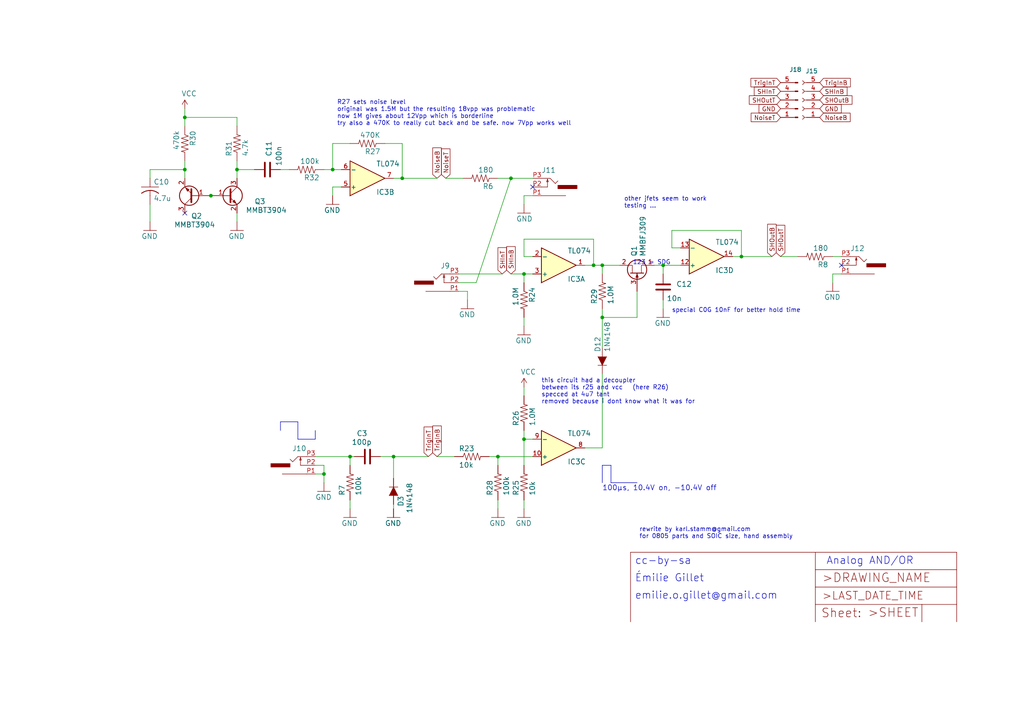
<source format=kicad_sch>
(kicad_sch (version 20230121) (generator eeschema)
  (paper "User" 299.06 210.007)
  (lib_symbols
    (symbol "Amplifier_Operational:TL074" (pin_names (offset 0.127))
      (property "Reference" "U" (at 0 5.08 0))
      (property "Value" "TL074" (at 0 -5.08 0))
      (symbol "TL074_1_1"
        (polyline (pts (xy -5.08 5.08) (xy 5.08 0) (xy -5.08 -5.08) (xy -5.08 5.08)) (stroke (width 0.254)) (fill (type background)))
        (pin output line (at 7.62 0 180) (length 2.54) (name "~") (number "1"))
        (pin input line (at -7.62 -2.54 0) (length 2.54) (name "-") (number "2"))
        (pin input line (at -7.62 2.54 0) (length 2.54) (name "+") (number "3"))
      )
      (symbol "TL074_2_1"
        (polyline (pts (xy -5.08 5.08) (xy 5.08 0) (xy -5.08 -5.08) (xy -5.08 5.08)) (stroke (width 0.254)) (fill (type background)))
        (pin input line (at -7.62 2.54 0) (length 2.54) (name "+") (number "5"))
        (pin input line (at -7.62 -2.54 0) (length 2.54) (name "-") (number "6"))
        (pin output line (at 7.62 0 180) (length 2.54) (name "~") (number "7"))
      )
      (symbol "TL074_3_1"
        (polyline (pts (xy -5.08 5.08) (xy 5.08 0) (xy -5.08 -5.08) (xy -5.08 5.08)) (stroke (width 0.254)) (fill (type background)))
        (pin input line (at -7.62 2.54 0) (length 2.54) (name "+") (number "10"))
        (pin output line (at 7.62 0 180) (length 2.54) (name "~") (number "8"))
        (pin input line (at -7.62 -2.54 0) (length 2.54) (name "-") (number "9"))
      )
      (symbol "TL074_4_1"
        (polyline (pts (xy -5.08 5.08) (xy 5.08 0) (xy -5.08 -5.08) (xy -5.08 5.08)) (stroke (width 0.254)) (fill (type background)))
        (pin input line (at -7.62 2.54 0) (length 2.54) (name "+") (number "12"))
        (pin input line (at -7.62 -2.54 0) (length 2.54) (name "-") (number "13"))
        (pin output line (at 7.62 0 180) (length 2.54) (name "~") (number "14"))
      )
      (symbol "TL074_5_1"
        (pin power_in line (at -2.54 -7.62 90) (length 3.81) (name "V-") (number "11"))
        (pin power_in line (at -2.54 7.62 270) (length 3.81) (name "V+") (number "4"))
      )
    )
    (symbol "Jinx-rescue:C-device" (pin_numbers hide) (pin_names (offset 0.254))
      (property "Reference" "C" (at 0.635 2.54 0))
      (property "Value" "device_C" (at 0.635 -2.54 0))
      (symbol "C-device_0_1"
        (polyline (pts (xy -2.032 -0.762) (xy 2.032 -0.762)) (stroke (width 0.508)))
        (polyline (pts (xy -2.032 0.762) (xy 2.032 0.762)) (stroke (width 0.508)))
      )
      (symbol "C-device_1_1"
        (pin passive line (at 0 3.81 270) (length 2.794) (name "~") (number "1"))
        (pin passive line (at 0 -3.81 90) (length 2.794) (name "~") (number "2"))
      )
    )
    (symbol "Jinx-rescue:Conn_01x05_Female-Connector" (pin_names (offset 1.016) hide)
      (property "Reference" "J" (at 0 7.62 0))
      (property "Value" "Connector_Conn_01x05_Female" (at 0 -7.62 0))
      (symbol "Conn_01x05_Female-Connector_1_1"
        (arc (start 0 -4.572) (mid -0.5058 -5.08) (end 0 -5.588) (stroke (width 0.1524)))
        (arc (start 0 -2.032) (mid -0.5058 -2.54) (end 0 -3.048) (stroke (width 0.1524)))
        (polyline (pts (xy -1.27 -5.08) (xy -0.508 -5.08)) (stroke (width 0.1524)))
        (polyline (pts (xy -1.27 -2.54) (xy -0.508 -2.54)) (stroke (width 0.1524)))
        (polyline (pts (xy -1.27 0) (xy -0.508 0)) (stroke (width 0.1524)))
        (polyline (pts (xy -1.27 2.54) (xy -0.508 2.54)) (stroke (width 0.1524)))
        (polyline (pts (xy -1.27 5.08) (xy -0.508 5.08)) (stroke (width 0.1524)))
        (arc (start 0 0.508) (mid -0.5058 0) (end 0 -0.508) (stroke (width 0.1524)))
        (arc (start 0 3.048) (mid -0.5058 2.54) (end 0 2.032) (stroke (width 0.1524)))
        (arc (start 0 5.588) (mid -0.5058 5.08) (end 0 4.572) (stroke (width 0.1524)))
        (pin passive line (at -5.08 5.08 0) (length 3.81) (name "Pin_1") (number "1"))
        (pin passive line (at -5.08 2.54 0) (length 3.81) (name "Pin_2") (number "2"))
        (pin passive line (at -5.08 0 0) (length 3.81) (name "Pin_3") (number "3"))
        (pin passive line (at -5.08 -2.54 0) (length 3.81) (name "Pin_4") (number "4"))
        (pin passive line (at -5.08 -5.08 0) (length 3.81) (name "Pin_5") (number "5"))
      )
    )
    (symbol "Jinx-rescue:Conn_01x05_Male-Connector" (pin_names (offset 1.016) hide)
      (property "Reference" "J" (at 0 7.62 0))
      (property "Value" "Connector_Conn_01x05_Male" (at 0 -7.62 0))
      (symbol "Conn_01x05_Male-Connector_1_1"
        (polyline (pts (xy 1.27 -5.08) (xy 0.8636 -5.08)) (stroke (width 0.1524)))
        (polyline (pts (xy 1.27 -2.54) (xy 0.8636 -2.54)) (stroke (width 0.1524)))
        (polyline (pts (xy 1.27 0) (xy 0.8636 0)) (stroke (width 0.1524)))
        (polyline (pts (xy 1.27 2.54) (xy 0.8636 2.54)) (stroke (width 0.1524)))
        (polyline (pts (xy 1.27 5.08) (xy 0.8636 5.08)) (stroke (width 0.1524)))
        (rectangle (start 0.8636 -4.953) (end 0 -5.207) (stroke (width 0.1524)) (fill (type outline)))
        (rectangle (start 0.8636 -2.413) (end 0 -2.667) (stroke (width 0.1524)) (fill (type outline)))
        (rectangle (start 0.8636 0.127) (end 0 -0.127) (stroke (width 0.1524)) (fill (type outline)))
        (rectangle (start 0.8636 2.667) (end 0 2.413) (stroke (width 0.1524)) (fill (type outline)))
        (rectangle (start 0.8636 5.207) (end 0 4.953) (stroke (width 0.1524)) (fill (type outline)))
        (pin passive line (at 5.08 5.08 180) (length 3.81) (name "Pin_1") (number "1"))
        (pin passive line (at 5.08 2.54 180) (length 3.81) (name "Pin_2") (number "2"))
        (pin passive line (at 5.08 0 180) (length 3.81) (name "Pin_3") (number "3"))
        (pin passive line (at 5.08 -2.54 180) (length 3.81) (name "Pin_4") (number "4"))
        (pin passive line (at 5.08 -5.08 180) (length 3.81) (name "Pin_5") (number "5"))
      )
    )
    (symbol "Jinx-rescue:D-device" (pin_numbers hide) (pin_names (offset 1.016) hide)
      (property "Reference" "D" (at 0 2.54 0))
      (property "Value" "device_D" (at 0 -2.54 0))
      (symbol "D-device_0_1"
        (polyline (pts (xy -1.27 1.27) (xy -1.27 -1.27)) (stroke (width 0.1524)))
        (polyline (pts (xy 1.27 1.27) (xy -1.27 0) (xy 1.27 -1.27)) (fill (type outline)))
      )
      (symbol "D-device_1_1"
        (pin passive line (at -3.81 0 0) (length 2.54) (name "K") (number "1"))
        (pin passive line (at 3.81 0 180) (length 2.54) (name "A") (number "2"))
      )
    )
    (symbol "Jinx-rescue:Q_NJFET_SDG-device" (pin_names (offset 0) hide)
      (property "Reference" "Q" (at 7.62 1.27 0))
      (property "Value" "device_Q_NJFET_SDG" (at 16.51 -1.27 0))
      (symbol "Q_NJFET_SDG-device_0_1"
        (polyline (pts (xy 0.254 1.905) (xy 0.254 -1.905) (xy 0.254 -1.905)) (stroke (width 0.254)))
        (polyline (pts (xy 2.54 -2.54) (xy 2.54 -1.27) (xy 0.254 -1.27)))
        (polyline (pts (xy 2.54 2.54) (xy 2.54 1.397) (xy 0.254 1.397)))
        (polyline (pts (xy 0 0) (xy -1.016 0.381) (xy -1.016 -0.381) (xy 0 0)) (fill (type outline)))
        (circle (center 1.27 0) (radius 2.8194) (stroke (width 0.254)))
      )
      (symbol "Q_NJFET_SDG-device_1_1"
        (pin passive line (at 2.54 -5.08 90) (length 2.54) (name "S") (number "1"))
        (pin passive line (at 2.54 5.08 270) (length 2.54) (name "D") (number "2"))
        (pin input line (at -5.08 0 0) (length 5.334) (name "G") (number "3"))
      )
    )
    (symbol "Jinx-rescue:Q_NPN_BEC-device" (pin_names (offset 0) hide)
      (property "Reference" "Q" (at 7.62 1.27 0))
      (property "Value" "device_Q_NPN_BEC" (at 15.24 -1.27 0))
      (symbol "Q_NPN_BEC-device_0_1"
        (polyline (pts (xy 0.635 0.635) (xy 2.54 2.54)))
        (polyline (pts (xy 0.635 -0.635) (xy 2.54 -2.54) (xy 2.54 -2.54)))
        (polyline (pts (xy 0.635 1.905) (xy 0.635 -1.905) (xy 0.635 -1.905)) (stroke (width 0.508)))
        (polyline (pts (xy 1.27 -1.778) (xy 1.778 -1.27) (xy 2.286 -2.286) (xy 1.27 -1.778) (xy 1.27 -1.778)) (fill (type outline)))
        (circle (center 1.27 0) (radius 2.8194) (stroke (width 0.254)))
      )
      (symbol "Q_NPN_BEC-device_1_1"
        (pin input line (at -5.08 0 0) (length 5.715) (name "B") (number "1"))
        (pin passive line (at 2.54 -5.08 90) (length 2.54) (name "E") (number "2"))
        (pin passive line (at 2.54 5.08 270) (length 2.54) (name "C") (number "3"))
      )
    )
    (symbol "k2-eagle-import:A4L-LOC" (pin_names (offset 1.016))
      (symbol "A4L-LOC_1_0"
        (polyline (pts (xy 161.29 3.81) (xy 161.29 24.13)))
        (polyline (pts (xy 161.29 24.13) (xy 215.265 24.13)))
        (polyline (pts (xy 215.265 8.89) (xy 215.265 3.81)))
        (polyline (pts (xy 215.265 8.89) (xy 215.265 13.97)))
        (polyline (pts (xy 215.265 13.97) (xy 215.265 19.05)))
        (polyline (pts (xy 215.265 13.97) (xy 256.54 13.97)))
        (polyline (pts (xy 215.265 19.05) (xy 215.265 24.13)))
        (polyline (pts (xy 215.265 19.05) (xy 256.54 19.05)))
        (polyline (pts (xy 215.265 24.13) (xy 256.54 24.13)))
        (polyline (pts (xy 246.38 3.81) (xy 246.38 8.89)))
        (polyline (pts (xy 246.38 8.89) (xy 215.265 8.89)))
        (polyline (pts (xy 246.38 8.89) (xy 256.54 8.89)))
        (polyline (pts (xy 256.54 3.81) (xy 256.54 8.89)))
        (polyline (pts (xy 256.54 8.89) (xy 256.54 13.97)))
        (polyline (pts (xy 256.54 13.97) (xy 256.54 19.05)))
        (polyline (pts (xy 256.54 19.05) (xy 256.54 24.13)))
        (text ">DRAWING_NAME" (at 217.17 15.24 0) (effects (font (size 2.54 2.54)) (justify left bottom)))
        (text ">LAST_DATE_TIME" (at 217.17 10.16 0) (effects (font (size 2.286 2.286)) (justify left bottom)))
        (text ">SHEET" (at 230.505 5.08 0) (effects (font (size 2.54 2.54)) (justify left bottom)))
        (text "Sheet:" (at 216.916 4.953 0) (effects (font (size 2.54 2.54)) (justify left bottom)))
      )
    )
    (symbol "k2-eagle-import:C-USC0603" (pin_names (offset 1.016))
      (property "Reference" "C" (at 1.016 0.635 0))
      (property "Value" "C-USC0603" (at 1.016 -4.191 0))
      (symbol "C-USC0603_1_0"
        (arc (start 0 -1.016) (mid -1.2939 -1.2289) (end -2.4638 -1.8288) (stroke (width 0.254)))
        (polyline (pts (xy -2.54 0) (xy 2.54 0)))
        (polyline (pts (xy 0 -1.016) (xy 0 -2.54)))
        (arc (start 2.4892 -1.8542) (mid 1.3167 -1.2157) (end 0 -0.9906) (stroke (width 0.254)))
        (pin passive line (at 0 2.54 270) (length 2.54) (name "1") (number "1"))
        (pin passive line (at 0 -5.08 90) (length 2.54) (name "2") (number "2"))
      )
    )
    (symbol "k2-eagle-import:GND" (power) (pin_names (offset 1.016))
      (property "Value" "GND" (at -2.54 -2.54 0))
      (symbol "GND_1_0"
        (polyline (pts (xy -1.905 0) (xy 1.905 0)))
        (pin power_in line (at 0 2.54 270) (length 2.54) (name "GND") (number "1"))
      )
    )
    (symbol "k2-eagle-import:PJ301_THONKICONN6" (pin_names (offset 1.016))
      (property "Reference" "J" (at -2.54 4.064 0))
      (symbol "PJ301_THONKICONN6_1_0"
        (polyline (pts (xy -2.54 -2.54) (xy 4.572 -2.54)))
        (polyline (pts (xy -2.54 0) (xy -0.762 0)))
        (polyline (pts (xy -2.54 2.54) (xy 0 2.54)))
        (polyline (pts (xy -1.016 1.524) (xy -0.508 1.524)))
        (polyline (pts (xy -0.762 0) (xy -0.762 2.286)))
        (polyline (pts (xy -0.762 2.286) (xy -1.016 1.524)))
        (polyline (pts (xy -0.508 1.524) (xy -0.762 2.286)))
        (polyline (pts (xy 0 2.54) (xy 1.524 1.016)))
        (polyline (pts (xy 1.524 1.016) (xy 2.286 1.778)))
        (rectangle (start 2.286 -0.508) (end 7.874 0.508) (fill (type outline)))
        (pin passive line (at -5.08 -2.54 0) (length 2.54) (name "1") (number "P1"))
        (pin passive line (at -5.08 0 0) (length 2.54) (name "2") (number "P2"))
        (pin passive line (at -5.08 2.54 0) (length 2.54) (name "3") (number "P3"))
      )
    )
    (symbol "k2-eagle-import:R-US_R0402" (pin_names (offset 1.016))
      (property "Reference" "R" (at -3.81 1.4986 0))
      (property "Value" "R-US_R0402" (at -3.81 -3.302 0))
      (symbol "R-US_R0402_1_0"
        (polyline (pts (xy -2.54 0) (xy -2.159 1.016)))
        (polyline (pts (xy -2.159 1.016) (xy -1.524 -1.016)))
        (polyline (pts (xy -1.524 -1.016) (xy -0.889 1.016)))
        (polyline (pts (xy -0.889 1.016) (xy -0.254 -1.016)))
        (polyline (pts (xy -0.254 -1.016) (xy 0.381 1.016)))
        (polyline (pts (xy 0.381 1.016) (xy 1.016 -1.016)))
        (polyline (pts (xy 1.016 -1.016) (xy 1.651 1.016)))
        (polyline (pts (xy 1.651 1.016) (xy 2.286 -1.016)))
        (polyline (pts (xy 2.286 -1.016) (xy 2.54 0)))
        (pin passive line (at -5.08 0 0) (length 2.54) (name "1") (number "1"))
        (pin passive line (at 5.08 0 180) (length 2.54) (name "2") (number "2"))
      )
    )
    (symbol "k2-eagle-import:VCC" (power) (pin_names (offset 1.016))
      (property "Value" "VCC" (at -1.016 3.556 0))
      (symbol "VCC_1_0"
        (polyline (pts (xy 0 2.54) (xy -0.762 1.27)))
        (polyline (pts (xy 0.762 1.27) (xy 0 2.54)))
        (pin power_in line (at 0 0 90) (length 2.54) (name "VCC") (number "1"))
      )
    )
  )
  (junction (at 193.675 77.47))
  (junction (at 53.975 34.29))
  (junction (at 102.235 133.35))
  (junction (at 97.155 49.53))
  (junction (at 114.935 133.35))
  (junction (at 69.215 49.53))
  (junction (at 61.595 57.15))
  (junction (at 173.355 77.47))
  (junction (at 145.415 133.35))
  (junction (at 94.615 138.43))
  (junction (at 153.035 80.01))
  (junction (at 117.475 52.07))
  (junction (at 153.035 128.27))
  (junction (at 175.895 77.47))
  (junction (at 216.535 74.93))
  (junction (at 53.975 49.53))
  (junction (at 175.895 92.71))
  (junction (at 149.225 52.07))
  (no_connect (at 53.975 62.23))
  (no_connect (at 155.575 54.61))
  (no_connect (at 245.745 77.47))
  (polyline (pts (xy 86.995 128.27) (xy 92.075 128.27)))
  (wire (pts (xy 74.295 49.53) (xy 69.215 49.53)))
  (wire (pts (xy 53.975 49.53) (xy 53.975 46.99)))
  (wire (pts (xy 186.055 92.71) (xy 186.055 85.09)))
  (wire (pts (xy 53.975 34.29) (xy 53.975 31.75)))
  (wire (pts (xy 175.895 92.71) (xy 186.055 92.71)))
  (wire (pts (xy 69.215 34.29) (xy 69.215 36.83)))
  (wire (pts (xy 196.215 72.39) (xy 196.215 67.31)))
  (wire (pts (xy 145.415 133.35) (xy 145.415 135.89)))
  (wire (pts (xy 243.205 74.93) (xy 245.745 74.93)))
  (wire (pts (xy 94.615 138.43) (xy 94.615 140.97)))
  (wire (pts (xy 175.895 130.81) (xy 175.895 109.22)))
  (wire (pts (xy 155.575 128.27) (xy 153.035 128.27)))
  (polyline (pts (xy 175.895 140.97) (xy 175.895 135.89)))
  (wire (pts (xy 114.935 52.07) (xy 117.475 52.07)))
  (wire (pts (xy 102.235 135.89) (xy 102.235 133.35)))
  (wire (pts (xy 243.205 80.01) (xy 243.205 82.55)))
  (wire (pts (xy 114.935 148.59) (xy 114.935 147.32)))
  (wire (pts (xy 153.035 146.05) (xy 153.035 148.59)))
  (wire (pts (xy 99.695 54.61) (xy 97.155 54.61)))
  (wire (pts (xy 133.985 80.01) (xy 146.685 80.01)))
  (wire (pts (xy 145.415 52.07) (xy 149.225 52.07)))
  (wire (pts (xy 173.355 69.85) (xy 173.355 77.47)))
  (polyline (pts (xy 81.915 123.19) (xy 86.995 123.19)))
  (polyline (pts (xy 175.895 135.89) (xy 178.435 135.89)))
  (wire (pts (xy 97.155 54.61) (xy 97.155 57.15)))
  (wire (pts (xy 149.225 52.07) (xy 155.575 52.07)))
  (wire (pts (xy 142.875 133.35) (xy 145.415 133.35)))
  (wire (pts (xy 145.415 133.35) (xy 155.575 133.35)))
  (wire (pts (xy 53.975 52.07) (xy 53.975 49.53)))
  (wire (pts (xy 43.815 52.07) (xy 43.815 49.53)))
  (polyline (pts (xy 178.435 140.97) (xy 186.055 140.97)))
  (polyline (pts (xy 92.075 128.27) (xy 92.075 125.73)))
  (wire (pts (xy 127.635 133.35) (xy 132.715 133.35)))
  (wire (pts (xy 69.215 49.53) (xy 69.215 46.99)))
  (polyline (pts (xy 178.435 135.89) (xy 178.435 140.97)))
  (wire (pts (xy 117.475 41.91) (xy 117.475 52.07)))
  (wire (pts (xy 59.055 57.15) (xy 61.595 57.15)))
  (wire (pts (xy 139.065 82.55) (xy 133.985 82.55)))
  (wire (pts (xy 102.235 133.35) (xy 103.505 133.35)))
  (wire (pts (xy 153.035 74.93) (xy 153.035 69.85)))
  (polyline (pts (xy 81.915 125.73) (xy 81.915 123.19)))
  (wire (pts (xy 173.355 77.47) (xy 175.895 77.47)))
  (wire (pts (xy 198.755 72.39) (xy 196.215 72.39)))
  (wire (pts (xy 245.745 80.01) (xy 243.205 80.01)))
  (wire (pts (xy 149.225 80.01) (xy 153.035 80.01)))
  (wire (pts (xy 155.575 74.93) (xy 153.035 74.93)))
  (wire (pts (xy 112.395 41.91) (xy 117.475 41.91)))
  (wire (pts (xy 153.035 128.27) (xy 153.035 135.89)))
  (wire (pts (xy 139.065 82.55) (xy 149.225 52.07)))
  (wire (pts (xy 111.125 133.35) (xy 114.935 133.35)))
  (wire (pts (xy 133.985 85.09) (xy 136.525 85.09)))
  (wire (pts (xy 153.035 92.71) (xy 153.035 95.25)))
  (wire (pts (xy 175.895 77.47) (xy 180.975 77.47)))
  (wire (pts (xy 227.965 74.93) (xy 233.045 74.93)))
  (wire (pts (xy 153.035 115.57) (xy 153.035 113.03)))
  (wire (pts (xy 153.035 69.85) (xy 173.355 69.85)))
  (wire (pts (xy 175.895 80.01) (xy 175.895 77.47)))
  (wire (pts (xy 136.525 85.09) (xy 136.525 87.63)))
  (wire (pts (xy 117.475 52.07) (xy 127.635 52.07)))
  (wire (pts (xy 145.415 146.05) (xy 145.415 148.59)))
  (wire (pts (xy 216.535 67.31) (xy 216.535 74.93)))
  (wire (pts (xy 43.815 49.53) (xy 53.975 49.53)))
  (wire (pts (xy 97.155 41.91) (xy 97.155 49.53)))
  (wire (pts (xy 92.075 135.89) (xy 94.615 135.89)))
  (wire (pts (xy 114.935 133.35) (xy 125.095 133.35)))
  (wire (pts (xy 69.215 52.07) (xy 69.215 49.53)))
  (wire (pts (xy 193.675 77.47) (xy 193.675 80.01)))
  (wire (pts (xy 130.175 52.07) (xy 135.255 52.07)))
  (wire (pts (xy 153.035 57.15) (xy 153.035 59.69)))
  (wire (pts (xy 114.935 133.35) (xy 114.935 139.7)))
  (wire (pts (xy 153.035 80.01) (xy 155.575 80.01)))
  (wire (pts (xy 53.975 36.83) (xy 53.975 34.29)))
  (wire (pts (xy 102.235 146.05) (xy 102.235 148.59)))
  (wire (pts (xy 153.035 128.27) (xy 153.035 125.73)))
  (wire (pts (xy 175.895 90.17) (xy 175.895 92.71)))
  (wire (pts (xy 102.235 133.35) (xy 92.075 133.35)))
  (wire (pts (xy 191.135 77.47) (xy 193.675 77.47)))
  (wire (pts (xy 102.235 41.91) (xy 97.155 41.91)))
  (wire (pts (xy 61.595 57.15) (xy 64.135 57.15)))
  (wire (pts (xy 43.815 59.69) (xy 43.815 64.77)))
  (wire (pts (xy 97.155 49.53) (xy 94.615 49.53)))
  (wire (pts (xy 193.675 87.63) (xy 193.675 90.17)))
  (polyline (pts (xy 86.995 123.19) (xy 86.995 128.27)))
  (wire (pts (xy 84.455 49.53) (xy 81.915 49.53)))
  (wire (pts (xy 216.535 74.93) (xy 225.425 74.93)))
  (wire (pts (xy 53.975 34.29) (xy 69.215 34.29)))
  (wire (pts (xy 94.615 135.89) (xy 94.615 138.43)))
  (wire (pts (xy 69.215 62.23) (xy 69.215 64.77)))
  (wire (pts (xy 216.535 74.93) (xy 213.995 74.93)))
  (wire (pts (xy 92.075 138.43) (xy 94.615 138.43)))
  (wire (pts (xy 175.895 101.6) (xy 175.895 92.71)))
  (wire (pts (xy 173.355 77.47) (xy 170.815 77.47)))
  (wire (pts (xy 97.155 49.53) (xy 99.695 49.53)))
  (wire (pts (xy 193.675 77.47) (xy 198.755 77.47)))
  (wire (pts (xy 196.215 67.31) (xy 216.535 67.31)))
  (wire (pts (xy 155.575 57.15) (xy 153.035 57.15)))
  (wire (pts (xy 153.035 82.55) (xy 153.035 80.01)))
  (wire (pts (xy 170.815 130.81) (xy 175.895 130.81)))
  (text "rewrite by karl.stamm@gmail.com\nfor 0805 parts and SOIC size, hand assembly" (at 186.69 157.48 0) (effects (font (size 1.27 1.27)) (justify left bottom)))
  (text "Analog AND/OR" (at 241.3 165.1 0) (effects (font (size 2.159 2.159)) (justify left bottom)))
  (text "this circuit had a decoupler \nbetween its r25 and vcc   (here R26)\nspecced at 4u7 tant\nremoved because i dont know what it was for" (at 158.115 118.11 0) (effects (font (size 1.27 1.27)) (justify left bottom)))
  (text "special C0G 10nF for better hold time" (at 196.215 91.44 0) (effects (font (size 1.27 1.27)) (justify left bottom)))
  (text "cc-by-sa" (at 185.42 165.1 0) (effects (font (size 2.159 2.159)) (justify left bottom)))
  (text "emilie.o.gillet@gmail.com" (at 185.42 175.26 0) (effects (font (size 2.159 2.159)) (justify left bottom)))
  (text "R27 sets noise level\noriginal was 1.5M but the resulting 18vpp was problematic\nnow 1M gives about 12Vpp which is borderline\ntry also a 470K to really cut back and be safe. now 7Vpp works well" (at 98.425 36.83 0) (effects (font (size 1.27 1.27)) (justify left bottom)))
  (text "Émilie Gillet" (at 185.42 170.18 0) (effects (font (size 2.159 2.159)) (justify left bottom)))
  (text "123 = SDG" (at 184.785 77.47 0) (effects (font (size 1.27 1.27)) (justify left bottom)))
  (text "other jfets seem to work\ntesting ..." (at 182.245 60.96 0) (effects (font (size 1.27 1.27)) (justify left bottom)))
  (text "100µs, 10.4V on, -10.4V off" (at 175.895 143.51 0) (effects (font (size 1.4986 1.4986)) (justify left bottom)))
  (global_label "NoiseT" (shape input) (at 130.175 52.07 90) (property "Intersheetrefs" "${INTERSHEET_REFS}" (effects hide)))
  (global_label "NoiseB" (shape input) (at 239.395 34.29 0) (property "Intersheetrefs" "${INTERSHEET_REFS}" (effects hide)))
  (global_label "NoiseT" (shape input) (at 227.965 34.29 180) (property "Intersheetrefs" "${INTERSHEET_REFS}" (effects hide)))
  (global_label "SHInT" (shape input) (at 146.685 80.01 90) (property "Intersheetrefs" "${INTERSHEET_REFS}" (effects hide)))
  (global_label "SHInT" (shape input) (at 227.965 26.67 180) (property "Intersheetrefs" "${INTERSHEET_REFS}" (effects hide)))
  (global_label "NoiseB" (shape input) (at 127.635 52.07 90) (property "Intersheetrefs" "${INTERSHEET_REFS}" (effects hide)))
  (global_label "SHOutB" (shape input) (at 239.395 29.21 0) (property "Intersheetrefs" "${INTERSHEET_REFS}" (effects hide)))
  (global_label "TrigInB" (shape input) (at 239.395 24.13 0) (property "Intersheetrefs" "${INTERSHEET_REFS}" (effects hide)))
  (global_label "SHInB" (shape input) (at 239.395 26.67 0) (property "Intersheetrefs" "${INTERSHEET_REFS}" (effects hide)))
  (global_label "TrigInB" (shape input) (at 127.635 133.35 90) (property "Intersheetrefs" "${INTERSHEET_REFS}" (effects hide)))
  (global_label "SHOutT" (shape input) (at 227.965 29.21 180) (property "Intersheetrefs" "${INTERSHEET_REFS}" (effects hide)))
  (global_label "SHInB" (shape input) (at 149.225 80.01 90) (property "Intersheetrefs" "${INTERSHEET_REFS}" (effects hide)))
  (global_label "TrigInT" (shape input) (at 125.095 133.35 90) (property "Intersheetrefs" "${INTERSHEET_REFS}" (effects hide)))
  (global_label "TrigInT" (shape input) (at 227.965 24.13 180) (property "Intersheetrefs" "${INTERSHEET_REFS}" (effects hide)))
  (global_label "GND" (shape input) (at 239.395 31.75 0) (property "Intersheetrefs" "${INTERSHEET_REFS}" (effects hide)))
  (global_label "SHOutT" (shape input) (at 227.965 74.93 90) (property "Intersheetrefs" "${INTERSHEET_REFS}" (effects hide)))
  (global_label "GND" (shape input) (at 227.965 31.75 180) (property "Intersheetrefs" "${INTERSHEET_REFS}" (effects hide)))
  (global_label "SHOutB" (shape input) (at 225.425 74.93 90) (property "Intersheetrefs" "${INTERSHEET_REFS}" (effects hide)))
  (symbol (lib_id "k2-eagle-import:A4L-LOC") (at 22.86 185.42 0) (unit 1)
    (property "Reference" "#FRAME6" (effects hide))
    (property "Value" "A4L-LOC" (effects hide))
  )
  (symbol (lib_id "Amplifier_Operational:TL074") (at 107.315 52.07 0) (mirror x) (unit 2)
    (property "Reference" "IC3" (at 109.855 55.245 0) (effects (font (size 1.4986 1.4986)) (justify left bottom)))
    (property "Value" "TL074" (at 109.855 46.99 0) (effects (font (size 1.4986 1.4986)) (justify left bottom)))
    (property "Footprint" "Package_SO:SOIC-14_3.9x8.7mm_P1.27mm" (effects hide))
    (instances (project "Jinx" (path "" (reference "IC3") (unit 2)) (path "" (reference "IC?") (unit 1)) (path "" (reference "IC2") (unit 2))))
  )
  (symbol (lib_id "k2-eagle-import:GND") (at 136.525 90.17 0) (unit 1)
    (property "Reference" "#GND019" (effects hide))
    (property "Value" "GND" (at 133.985 92.71 0) (effects (font (size 1.4986 1.4986)) (justify left bottom)))
    (instances (project "Jinx" (path "" (reference "#GND019") (unit 1)) (path "" (reference "#GND19") (unit 1)) (path "" (reference "#GND027") (unit 1))))
  )
  (symbol (lib_id "k2-eagle-import:R-US_R0402") (at 140.335 52.07 180) (unit 1)
    (property "Reference" "R6" (at 144.145 53.5686 0) (effects (font (size 1.4986 1.4986)) (justify left bottom)))
    (property "Value" "180" (at 144.145 48.768 0) (effects (font (size 1.4986 1.4986)) (justify left bottom)))
    (property "Footprint" "Resistor_SMD:R_0805_2012Metric_Pad1.20x1.40mm_HandSolder" (effects hide))
    (instances (project "Jinx" (path "" (reference "R6") (unit 1)) (path "" (reference "R6") (unit 1)) (path "" (reference "R21") (unit 1))))
  )
  (symbol (lib_id "k2-eagle-import:GND") (at 145.415 151.13 0) (unit 1)
    (property "Reference" "#GND033" (effects hide))
    (property "Value" "GND" (at 142.875 153.67 0) (effects (font (size 1.4986 1.4986)) (justify left bottom)))
    (instances (project "Jinx" (path "" (reference "#GND033") (unit 1)) (path "" (reference "#GND33") (unit 1)) (path "" (reference "#GND040") (unit 1))))
  )
  (symbol (lib_id "k2-eagle-import:GND") (at 97.155 59.69 0) (unit 1)
    (property "Reference" "#GND05" (effects hide))
    (property "Value" "GND" (at 94.615 62.23 0) (effects (font (size 1.4986 1.4986)) (justify left bottom)))
    (instances (project "Jinx" (path "" (reference "#GND05") (unit 1)) (path "" (reference "#GND5") (unit 1)) (path "" (reference "#GND09") (unit 1))))
  )
  (symbol (lib_id "k2-eagle-import:R-US_R0402") (at 153.035 87.63 270) (unit 1)
    (property "Reference" "R24" (at 154.5336 83.82 0) (effects (font (size 1.4986 1.4986)) (justify left bottom)))
    (property "Value" "1.0M" (at 149.733 83.82 0) (effects (font (size 1.4986 1.4986)) (justify left bottom)))
    (property "Footprint" "Resistor_SMD:R_0805_2012Metric_Pad1.20x1.40mm_HandSolder" (effects hide))
    (instances (project "Jinx" (path "" (reference "R24") (unit 1)) (path "" (reference "R24") (unit 1)) (path "" (reference "R34") (unit 1))))
  )
  (symbol (lib_id "Amplifier_Operational:TL074") (at 163.195 77.47 0) (mirror x) (unit 1)
    (property "Reference" "IC3" (at 165.735 80.645 0) (effects (font (size 1.4986 1.4986)) (justify left bottom)))
    (property "Value" "TL074" (at 165.735 72.39 0) (effects (font (size 1.4986 1.4986)) (justify left bottom)))
    (property "Footprint" "Package_SO:SOIC-14_3.9x8.7mm_P1.27mm" (effects hide))
    (instances (project "Jinx" (path "" (reference "IC3") (unit 1)) (path "" (reference "IC3") (unit 1)) (path "" (reference "IC2") (unit 1))))
  )
  (symbol (lib_id "Jinx-rescue:D-device") (at 114.935 143.51 270) (unit 1)
    (property "Reference" "D3" (at 116.205 144.78 0) (effects (font (size 1.4986 1.4986)) (justify left bottom)))
    (property "Value" "1N4148" (at 118.745 140.97 0) (effects (font (size 1.4986 1.4986)) (justify left bottom)))
    (property "Footprint" "Diode_SMD:D_1206_3216Metric_Pad1.42x1.75mm_HandSolder" (effects hide))
    (instances (project "Jinx" (path "" (reference "D3") (unit 1)) (path "" (reference "D3") (unit 1)) (path "" (reference "D7") (unit 1))))
  )
  (symbol (lib_id "Jinx-rescue:C-device") (at 78.105 49.53 90) (unit 1)
    (property "Reference" "C11" (at 79.375 45.72 0) (effects (font (size 1.4986 1.4986)) (justify left bottom)))
    (property "Value" "100n" (at 82.296 48.514 0) (effects (font (size 1.4986 1.4986)) (justify left bottom)))
    (property "Footprint" "Capacitor_SMD:C_0805_2012Metric_Pad1.18x1.45mm_HandSolder" (effects hide))
    (instances (project "Jinx" (path "" (reference "C11") (unit 1)) (path "" (reference "C11") (unit 1)) (path "" (reference "C17") (unit 1))))
  )
  (symbol (lib_id "Jinx-rescue:Conn_01x05_Male-Connector") (at 233.045 29.21 180) (unit 1)
    (property "Reference" "J18" (at 230.505 20.32 0) (effects (justify right)))
    (property "Value" "Conn_01x05_Male" (effects hide))
    (property "Footprint" "Connector_PinHeader_2.54mm:PinHeader_1x05_P2.54mm_Vertical" (effects hide))
    (instances (project "Jinx" (path "" (reference "J18") (unit 1)) (path "" (reference "J?") (unit 1)) (path "" (reference "J18") (unit 1)) (path "" (reference "J5") (unit 1))))
  )
  (symbol (lib_id "k2-eagle-import:PJ301_THONKICONN6") (at 86.995 135.89 0) (mirror y) (unit 1)
    (property "Reference" "J10" (at 89.535 131.826 0) (effects (font (size 1.4986 1.4986)) (justify left bottom)))
    (property "Value" "PJ301_THONKICONN6" (effects hide))
    (property "Footprint" "k2:WQP_PJ_301M6" (effects hide))
    (instances (project "Jinx" (path "" (reference "J10") (unit 1)) (path "" (reference "J10") (unit 1)) (path "" (reference "J17") (unit 1))))
  )
  (symbol (lib_id "Amplifier_Operational:TL074") (at 206.375 74.93 0) (mirror x) (unit 4)
    (property "Reference" "IC3" (at 208.915 78.105 0) (effects (font (size 1.4986 1.4986)) (justify left bottom)))
    (property "Value" "TL074" (at 208.915 69.85 0) (effects (font (size 1.4986 1.4986)) (justify left bottom)))
    (property "Footprint" "Package_SO:SOIC-14_3.9x8.7mm_P1.27mm" (effects hide))
    (instances (project "Jinx" (path "" (reference "IC3") (unit 4)) (path "" (reference "IC?") (unit 1)) (path "" (reference "IC2") (unit 4))))
  )
  (symbol (lib_id "k2-eagle-import:R-US_R0402") (at 175.895 85.09 90) (unit 1)
    (property "Reference" "R29" (at 174.3964 88.9 0) (effects (font (size 1.4986 1.4986)) (justify left bottom)))
    (property "Value" "1.0M" (at 179.197 88.9 0) (effects (font (size 1.4986 1.4986)) (justify left bottom)))
    (property "Footprint" "Resistor_SMD:R_0805_2012Metric_Pad1.20x1.40mm_HandSolder" (effects hide))
    (instances (project "Jinx" (path "" (reference "R29") (unit 1)) (path "" (reference "R29") (unit 1)) (path "" (reference "R33") (unit 1))))
  )
  (symbol (lib_id "k2-eagle-import:PJ301_THONKICONN6") (at 250.825 77.47 0) (unit 1)
    (property "Reference" "J12" (at 248.285 73.406 0) (effects (font (size 1.4986 1.4986)) (justify left bottom)))
    (property "Value" "PJ301_THONKICONN6" (effects hide))
    (property "Footprint" "k2:WQP_PJ_301M6" (effects hide))
    (instances (project "Jinx" (path "" (reference "J12") (unit 1)) (path "" (reference "J12") (unit 1)) (path "" (reference "J8") (unit 1))))
  )
  (symbol (lib_id "Jinx-rescue:D-device") (at 175.895 105.41 90) (unit 1)
    (property "Reference" "D12" (at 175.4124 102.87 0) (effects (font (size 1.4986 1.4986)) (justify left bottom)))
    (property "Value" "1N4148" (at 178.2064 102.87 0) (effects (font (size 1.4986 1.4986)) (justify left bottom)))
    (property "Footprint" "Diode_SMD:D_1206_3216Metric_Pad1.42x1.75mm_HandSolder" (effects hide))
    (instances (project "Jinx" (path "" (reference "D12") (unit 1)) (path "" (reference "D12") (unit 1)) (path "" (reference "D6") (unit 1))))
  )
  (symbol (lib_id "k2-eagle-import:R-US_R0402") (at 69.215 41.91 90) (unit 1)
    (property "Reference" "R31" (at 67.7164 45.72 0) (effects (font (size 1.4986 1.4986)) (justify left bottom)))
    (property "Value" "4.7k" (at 72.517 45.72 0) (effects (font (size 1.4986 1.4986)) (justify left bottom)))
    (property "Footprint" "Resistor_SMD:R_0805_2012Metric_Pad1.20x1.40mm_HandSolder" (effects hide))
    (instances (project "Jinx" (path "" (reference "R31") (unit 1)) (path "" (reference "R31") (unit 1)) (path "" (reference "R5") (unit 1))))
  )
  (symbol (lib_id "Jinx-rescue:C-device") (at 107.315 133.35 90) (unit 1)
    (property "Reference" "C3" (at 107.315 125.73 90) (effects (font (size 1.4986 1.4986)) (justify left bottom)))
    (property "Value" "100p" (at 108.585 128.27 90) (effects (font (size 1.4986 1.4986)) (justify left bottom)))
    (property "Footprint" "Capacitor_SMD:C_0805_2012Metric_Pad1.18x1.45mm_HandSolder" (effects hide))
    (instances (project "Jinx" (path "" (reference "C3") (unit 1)) (path "" (reference "C3") (unit 1)) (path "" (reference "C20") (unit 1))))
  )
  (symbol (lib_id "Amplifier_Operational:TL074") (at 163.195 130.81 0) (mirror x) (unit 3)
    (property "Reference" "IC3" (at 165.735 133.985 0) (effects (font (size 1.4986 1.4986)) (justify left bottom)))
    (property "Value" "TL074" (at 165.735 125.73 0) (effects (font (size 1.4986 1.4986)) (justify left bottom)))
    (property "Footprint" "Package_SO:SOIC-14_3.9x8.7mm_P1.27mm" (effects hide))
    (instances (project "Jinx" (path "" (reference "IC3") (unit 3)) (path "" (reference "IC?") (unit 1)) (path "" (reference "IC2") (unit 3))))
  )
  (symbol (lib_id "k2-eagle-import:R-US_R0402") (at 107.315 41.91 180) (unit 1)
    (property "Reference" "R27" (at 111.125 43.4086 0) (effects (font (size 1.4986 1.4986)) (justify left bottom)))
    (property "Value" "470K" (at 111.125 38.608 0) (effects (font (size 1.4986 1.4986)) (justify left bottom)))
    (property "Footprint" "Resistor_SMD:R_0805_2012Metric_Pad1.20x1.40mm_HandSolder" (effects hide))
    (instances (project "Jinx" (path "" (reference "R27") (unit 1)) (path "" (reference "R27") (unit 1)) (path "" (reference "R19") (unit 1))))
  )
  (symbol (lib_id "k2-eagle-import:GND") (at 153.035 151.13 0) (unit 1)
    (property "Reference" "#GND034" (effects hide))
    (property "Value" "GND" (at 150.495 153.67 0) (effects (font (size 1.4986 1.4986)) (justify left bottom)))
    (instances (project "Jinx" (path "" (reference "#GND034") (unit 1)) (path "" (reference "#GND34") (unit 1)) (path "" (reference "#GND041") (unit 1))))
  )
  (symbol (lib_id "Jinx-rescue:Q_NPN_BEC-device") (at 56.515 57.15 180) (unit 1)
    (property "Reference" "Q2" (at 59.055 62.23 0) (effects (font (size 1.4986 1.4986)) (justify left bottom)))
    (property "Value" "MMBT3904" (at 62.865 64.77 0) (effects (font (size 1.4986 1.4986)) (justify left bottom)))
    (property "Footprint" "Package_TO_SOT_SMD:SOT-23_Handsoldering" (effects hide))
    (instances (project "Jinx" (path "" (reference "Q2") (unit 1)) (path "" (reference "Q2") (unit 1)) (path "" (reference "Q7") (unit 1))))
  )
  (symbol (lib_id "k2-eagle-import:R-US_R0402") (at 137.795 133.35 0) (unit 1)
    (property "Reference" "R23" (at 133.985 131.8514 0) (effects (font (size 1.4986 1.4986)) (justify left bottom)))
    (property "Value" "10k" (at 133.985 136.652 0) (effects (font (size 1.4986 1.4986)) (justify left bottom)))
    (property "Footprint" "Resistor_SMD:R_0805_2012Metric_Pad1.20x1.40mm_HandSolder" (effects hide))
    (instances (project "Jinx" (path "" (reference "R23") (unit 1)) (path "" (reference "R23") (unit 1)) (path "" (reference "R36") (unit 1))))
  )
  (symbol (lib_id "k2-eagle-import:R-US_R0402") (at 145.415 140.97 90) (unit 1)
    (property "Reference" "R28" (at 143.9164 144.78 0) (effects (font (size 1.4986 1.4986)) (justify left bottom)))
    (property "Value" "100k" (at 148.717 144.78 0) (effects (font (size 1.4986 1.4986)) (justify left bottom)))
    (property "Footprint" "Resistor_SMD:R_0805_2012Metric_Pad1.20x1.40mm_HandSolder" (effects hide))
    (instances (project "Jinx" (path "" (reference "R28") (unit 1)) (path "" (reference "R28") (unit 1)) (path "" (reference "R38") (unit 1))))
  )
  (symbol (lib_id "k2-eagle-import:R-US_R0402") (at 53.975 41.91 270) (unit 1)
    (property "Reference" "R30" (at 55.4736 38.1 0) (effects (font (size 1.4986 1.4986)) (justify left bottom)))
    (property "Value" "470k" (at 50.673 38.1 0) (effects (font (size 1.4986 1.4986)) (justify left bottom)))
    (property "Footprint" "Resistor_SMD:R_0805_2012Metric_Pad1.20x1.40mm_HandSolder" (effects hide))
    (instances (project "Jinx" (path "" (reference "R30") (unit 1)) (path "" (reference "R30") (unit 1)) (path "" (reference "R4") (unit 1))))
  )
  (symbol (lib_id "Jinx-rescue:Q_NPN_BEC-device") (at 66.675 57.15 0) (unit 1)
    (property "Reference" "Q3" (at 74.295 59.69 0) (effects (font (size 1.4986 1.4986)) (justify left bottom)))
    (property "Value" "MMBT3904" (at 71.755 62.23 0) (effects (font (size 1.4986 1.4986)) (justify left bottom)))
    (property "Footprint" "Package_TO_SOT_SMD:SOT-23_Handsoldering" (effects hide))
    (instances (project "Jinx" (path "" (reference "Q3") (unit 1)) (path "" (reference "Q3") (unit 1)) (path "" (reference "Q8") (unit 1))))
  )
  (symbol (lib_id "k2-eagle-import:VCC") (at 153.035 113.03 0) (unit 1)
    (property "Reference" "#P+08" (effects hide))
    (property "Value" "VCC" (at 152.019 109.474 0) (effects (font (size 1.4986 1.4986)) (justify left bottom)))
    (instances (project "Jinx" (path "" (reference "#P+08") (unit 1)) (path "" (reference "#P+8") (unit 1)) (path "" (reference "#P+07") (unit 1))))
  )
  (symbol (lib_id "k2-eagle-import:GND") (at 114.935 151.13 0) (unit 1)
    (property "Reference" "#GND032" (effects hide))
    (property "Value" "GND" (at 112.395 153.67 0) (effects (font (size 1.4986 1.4986)) (justify left bottom)))
    (instances (project "Jinx" (path "" (reference "#GND032") (unit 1)) (path "" (reference "#GND32") (unit 1)) (path "" (reference "#GND039") (unit 1))))
  )
  (symbol (lib_id "Jinx-rescue:C-device") (at 193.675 83.82 0) (unit 1)
    (property "Reference" "C12" (at 197.485 83.82 0) (effects (font (size 1.4986 1.4986)) (justify left bottom)))
    (property "Value" "10n" (at 194.691 88.011 0) (effects (font (size 1.4986 1.4986)) (justify left bottom)))
    (property "Footprint" "Capacitor_SMD:C_0805_2012Metric_Pad1.18x1.45mm_HandSolder" (effects hide))
    (instances (project "Jinx" (path "" (reference "C12") (unit 1)) (path "" (reference "C12") (unit 1)) (path "" (reference "C19") (unit 1))))
  )
  (symbol (lib_id "k2-eagle-import:R-US_R0402") (at 89.535 49.53 180) (unit 1)
    (property "Reference" "R32" (at 93.345 51.0286 0) (effects (font (size 1.4986 1.4986)) (justify left bottom)))
    (property "Value" "100k" (at 93.345 46.228 0) (effects (font (size 1.4986 1.4986)) (justify left bottom)))
    (property "Footprint" "Resistor_SMD:R_0805_2012Metric_Pad1.20x1.40mm_HandSolder" (effects hide))
    (instances (project "Jinx" (path "" (reference "R32") (unit 1)) (path "" (reference "R32") (unit 1)) (path "" (reference "R20") (unit 1))))
  )
  (symbol (lib_id "k2-eagle-import:GND") (at 102.235 151.13 0) (unit 1)
    (property "Reference" "#GND031" (effects hide))
    (property "Value" "GND" (at 99.695 153.67 0) (effects (font (size 1.4986 1.4986)) (justify left bottom)))
    (instances (project "Jinx" (path "" (reference "#GND031") (unit 1)) (path "" (reference "#GND31") (unit 1)) (path "" (reference "#GND038") (unit 1))))
  )
  (symbol (lib_id "k2-eagle-import:R-US_R0402") (at 102.235 140.97 90) (unit 1)
    (property "Reference" "R7" (at 100.7364 144.78 0) (effects (font (size 1.4986 1.4986)) (justify left bottom)))
    (property "Value" "100k" (at 105.537 144.78 0) (effects (font (size 1.4986 1.4986)) (justify left bottom)))
    (property "Footprint" "Resistor_SMD:R_0805_2012Metric_Pad1.20x1.40mm_HandSolder" (effects hide))
    (instances (project "Jinx" (path "" (reference "R7") (unit 1)) (path "" (reference "R7") (unit 1)) (path "" (reference "R37") (unit 1))))
  )
  (symbol (lib_id "k2-eagle-import:VCC") (at 53.975 31.75 0) (unit 1)
    (property "Reference" "#P+03" (effects hide))
    (property "Value" "VCC" (at 52.959 28.194 0) (effects (font (size 1.4986 1.4986)) (justify left bottom)))
    (instances (project "Jinx" (path "" (reference "#P+03") (unit 1)) (path "" (reference "#P+3") (unit 1)) (path "" (reference "#P+04") (unit 1))))
  )
  (symbol (lib_id "k2-eagle-import:GND") (at 94.615 143.51 0) (unit 1)
    (property "Reference" "#GND016" (effects hide))
    (property "Value" "GND" (at 92.075 146.05 0) (effects (font (size 1.4986 1.4986)) (justify left bottom)))
    (instances (project "Jinx" (path "" (reference "#GND016") (unit 1)) (path "" (reference "#GND16") (unit 1)) (path "" (reference "#GND037") (unit 1))))
  )
  (symbol (lib_id "k2-eagle-import:R-US_R0402") (at 238.125 74.93 180) (unit 1)
    (property "Reference" "R8" (at 241.935 76.4286 0) (effects (font (size 1.4986 1.4986)) (justify left bottom)))
    (property "Value" "180" (at 241.935 71.628 0) (effects (font (size 1.4986 1.4986)) (justify left bottom)))
    (property "Footprint" "Resistor_SMD:R_0805_2012Metric_Pad1.20x1.40mm_HandSolder" (effects hide))
    (instances (project "Jinx" (path "" (reference "R8") (unit 1)) (path "" (reference "R8") (unit 1)) (path "" (reference "R22") (unit 1))))
  )
  (symbol (lib_id "k2-eagle-import:GND") (at 69.215 67.31 0) (unit 1)
    (property "Reference" "#GND03" (effects hide))
    (property "Value" "GND" (at 66.675 69.85 0) (effects (font (size 1.4986 1.4986)) (justify left bottom)))
    (instances (project "Jinx" (path "" (reference "#GND03") (unit 1)) (path "" (reference "#GND3") (unit 1)) (path "" (reference "#GND014") (unit 1))))
  )
  (symbol (lib_id "k2-eagle-import:C-USC0603") (at 43.815 54.61 0) (unit 1)
    (property "Reference" "C10" (at 44.831 53.975 0) (effects (font (size 1.4986 1.4986)) (justify left bottom)))
    (property "Value" "4.7u" (at 44.831 58.801 0) (effects (font (size 1.4986 1.4986)) (justify left bottom)))
    (property "Footprint" "Capacitor_SMD:C_0805_2012Metric_Pad1.18x1.45mm_HandSolder" (effects hide))
    (instances (project "Jinx" (path "" (reference "C10") (unit 1)) (path "" (reference "C10") (unit 1)) (path "" (reference "C18") (unit 1))))
  )
  (symbol (lib_id "k2-eagle-import:PJ301_THONKICONN6") (at 160.655 54.61 0) (unit 1)
    (property "Reference" "J11" (at 158.115 50.546 0) (effects (font (size 1.4986 1.4986)) (justify left bottom)))
    (property "Value" "PJ301_THONKICONN6" (effects hide))
    (property "Footprint" "k2:WQP_PJ_301M6" (effects hide))
    (instances (project "Jinx" (path "" (reference "J11") (unit 1)) (path "" (reference "J11") (unit 1)) (path "" (reference "J7") (unit 1))))
  )
  (symbol (lib_id "Jinx-rescue:Q_NJFET_SDG-device") (at 186.055 80.01 90) (unit 1)
    (property "Reference" "Q1" (at 186.055 74.93 0) (effects (font (size 1.4986 1.4986)) (justify left bottom)))
    (property "Value" "MMBFJ309" (at 188.595 74.93 0) (effects (font (size 1.4986 1.4986)) (justify left bottom)))
    (property "Footprint" "Package_TO_SOT_SMD:SOT-23_Handsoldering" (effects hide))
    (instances (project "Jinx" (path "" (reference "Q1") (unit 1)) (path "" (reference "Q1") (unit 1)) (path "" (reference "Q9") (unit 1))))
  )
  (symbol (lib_id "k2-eagle-import:R-US_R0402") (at 153.035 140.97 90) (unit 1)
    (property "Reference" "R25" (at 151.5364 144.78 0) (effects (font (size 1.4986 1.4986)) (justify left bottom)))
    (property "Value" "10k" (at 156.337 144.78 0) (effects (font (size 1.4986 1.4986)) (justify left bottom)))
    (property "Footprint" "Resistor_SMD:R_0805_2012Metric_Pad1.20x1.40mm_HandSolder" (effects hide))
    (instances (project "Jinx" (path "" (reference "R25") (unit 1)) (path "" (reference "R25") (unit 1)) (path "" (reference "R39") (unit 1))))
  )
  (symbol (lib_id "k2-eagle-import:GND") (at 153.035 97.79 0) (unit 1)
    (property "Reference" "#GND029" (effects hide))
    (property "Value" "GND" (at 150.495 100.33 0) (effects (font (size 1.4986 1.4986)) (justify left bottom)))
    (instances (project "Jinx" (path "" (reference "#GND029") (unit 1)) (path "" (reference "#GND29") (unit 1)) (path "" (reference "#GND036") (unit 1))))
  )
  (symbol (lib_id "k2-eagle-import:GND") (at 243.205 85.09 0) (unit 1)
    (property "Reference" "#GND018" (effects hide))
    (property "Value" "GND" (at 240.665 87.63 0) (effects (font (size 1.4986 1.4986)) (justify left bottom)))
    (instances (project "Jinx" (path "" (reference "#GND018") (unit 1)) (path "" (reference "#GND18") (unit 1)) (path "" (reference "#GND025") (unit 1))))
  )
  (symbol (lib_id "k2-eagle-import:PJ301_THONKICONN6") (at 128.905 82.55 0) (mirror y) (unit 1)
    (property "Reference" "J9" (at 131.445 78.486 0) (effects (font (size 1.4986 1.4986)) (justify left bottom)))
    (property "Value" "PJ301_THONKICONN6" (effects hide))
    (property "Footprint" "k2:WQP_PJ_301M6" (effects hide))
    (instances (project "Jinx" (path "" (reference "J9") (unit 1)) (path "" (reference "J9") (unit 1)) (path "" (reference "J14") (unit 1))))
  )
  (symbol (lib_id "k2-eagle-import:GND") (at 43.815 67.31 0) (unit 1)
    (property "Reference" "#GND035" (effects hide))
    (property "Value" "GND" (at 41.275 69.85 0) (effects (font (size 1.4986 1.4986)) (justify left bottom)))
    (instances (project "Jinx" (path "" (reference "#GND035") (unit 1)) (path "" (reference "#GND35") (unit 1)) (path "" (reference "#GND011") (unit 1))))
  )
  (symbol (lib_id "Jinx-rescue:Conn_01x05_Female-Connector") (at 234.315 29.21 180) (unit 1)
    (property "Reference" "J15" (at 237.0582 20.7518 0))
    (property "Value" "Conn_01x05_Female" (effects hide))
    (property "Footprint" "Connector_PinHeader_2.54mm:PinHeader_1x05_P2.54mm_Vertical" (effects hide))
    (instances (project "Jinx" (path "" (reference "J15") (unit 1)) (path "" (reference "J?") (unit 1)) (path "" (reference "J15") (unit 1)) (path "" (reference "J6") (unit 1))))
  )
  (symbol (lib_id "k2-eagle-import:GND") (at 193.675 92.71 0) (unit 1)
    (property "Reference" "#GND030" (effects hide))
    (property "Value" "GND" (at 191.135 95.25 0) (effects (font (size 1.4986 1.4986)) (justify left bottom)))
    (instances (project "Jinx" (path "" (reference "#GND030") (unit 1)) (path "" (reference "#GND30") (unit 1)) (path "" (reference "#GND028") (unit 1))))
  )
  (symbol (lib_id "k2-eagle-import:GND") (at 153.035 62.23 0) (mirror y) (unit 1)
    (property "Reference" "#GND015" (effects hide))
    (property "Value" "GND" (at 155.575 64.77 0) (effects (font (size 1.4986 1.4986)) (justify left bottom)))
    (instances (project "Jinx" (path "" (reference "#GND015") (unit 1)) (path "" (reference "#GND15") (unit 1)) (path "" (reference "#GND010") (unit 1))))
  )
  (symbol (lib_id "k2-eagle-import:R-US_R0402") (at 153.035 120.65 90) (unit 1)
    (property "Reference" "R26" (at 151.5364 124.46 0) (effects (font (size 1.4986 1.4986)) (justify left bottom)))
    (property "Value" "1.0M" (at 156.337 124.46 0) (effects (font (size 1.4986 1.4986)) (justify left bottom)))
    (property "Footprint" "Resistor_SMD:R_0805_2012Metric_Pad1.20x1.40mm_HandSolder" (effects hide))
    (instances (project "Jinx" (path "" (reference "R26") (unit 1)) (path "" (reference "R26") (unit 1)) (path "" (reference "R35") (unit 1))))
  )
)
</source>
